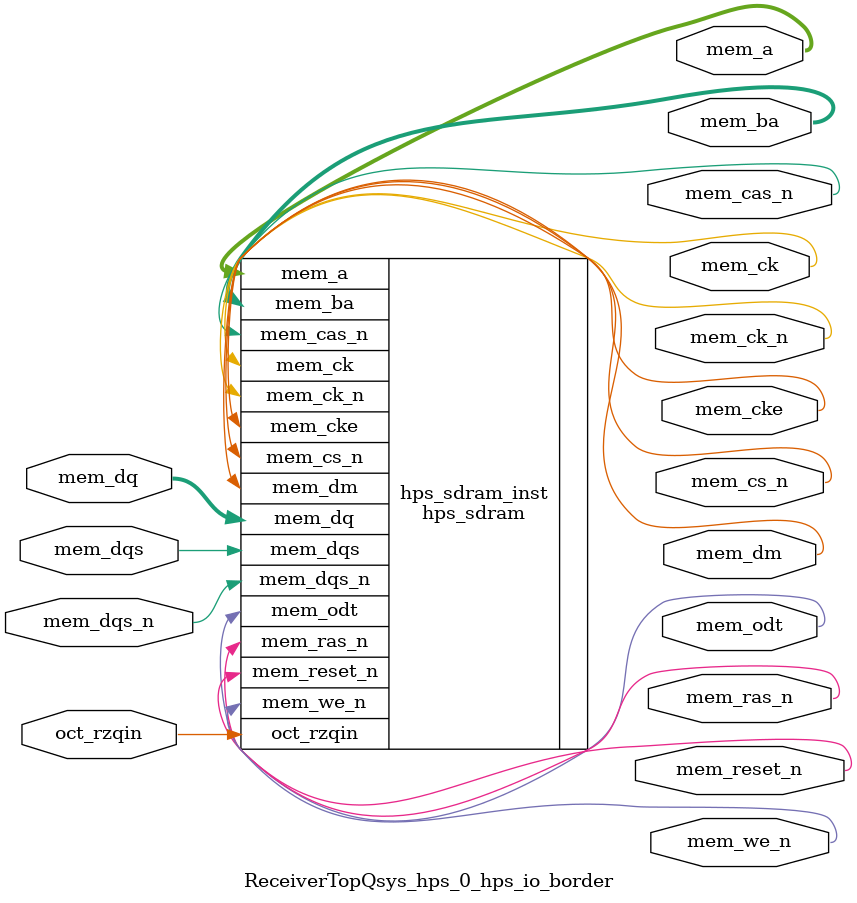
<source format=sv>


module ReceiverTopQsys_hps_0_hps_io_border(
// memory
  output wire [13 - 1 : 0 ] mem_a
 ,output wire [3 - 1 : 0 ] mem_ba
 ,output wire [1 - 1 : 0 ] mem_ck
 ,output wire [1 - 1 : 0 ] mem_ck_n
 ,output wire [1 - 1 : 0 ] mem_cke
 ,output wire [1 - 1 : 0 ] mem_cs_n
 ,output wire [1 - 1 : 0 ] mem_ras_n
 ,output wire [1 - 1 : 0 ] mem_cas_n
 ,output wire [1 - 1 : 0 ] mem_we_n
 ,output wire [1 - 1 : 0 ] mem_reset_n
 ,inout wire [8 - 1 : 0 ] mem_dq
 ,inout wire [1 - 1 : 0 ] mem_dqs
 ,inout wire [1 - 1 : 0 ] mem_dqs_n
 ,output wire [1 - 1 : 0 ] mem_odt
 ,output wire [1 - 1 : 0 ] mem_dm
 ,input wire [1 - 1 : 0 ] oct_rzqin
);


hps_sdram hps_sdram_inst(
 .mem_dq({
    mem_dq[7:0] // 7:0
  })
,.mem_odt({
    mem_odt[0:0] // 0:0
  })
,.mem_ras_n({
    mem_ras_n[0:0] // 0:0
  })
,.mem_dqs_n({
    mem_dqs_n[0:0] // 0:0
  })
,.mem_dqs({
    mem_dqs[0:0] // 0:0
  })
,.mem_dm({
    mem_dm[0:0] // 0:0
  })
,.mem_we_n({
    mem_we_n[0:0] // 0:0
  })
,.mem_cas_n({
    mem_cas_n[0:0] // 0:0
  })
,.mem_ba({
    mem_ba[2:0] // 2:0
  })
,.mem_a({
    mem_a[12:0] // 12:0
  })
,.mem_cs_n({
    mem_cs_n[0:0] // 0:0
  })
,.mem_ck({
    mem_ck[0:0] // 0:0
  })
,.mem_cke({
    mem_cke[0:0] // 0:0
  })
,.oct_rzqin({
    oct_rzqin[0:0] // 0:0
  })
,.mem_reset_n({
    mem_reset_n[0:0] // 0:0
  })
,.mem_ck_n({
    mem_ck_n[0:0] // 0:0
  })
);

endmodule


</source>
